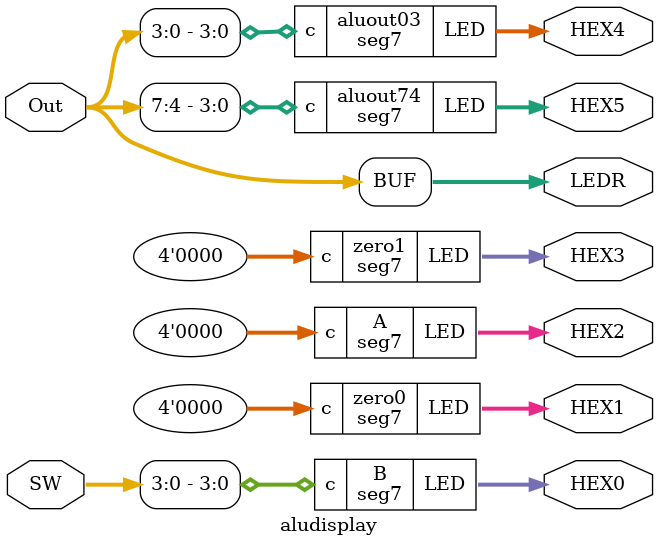
<source format=v>
module seg7(LED, c);
input [3:0] c;
output [6:0] LED;

	assign LED[0] = (~c[3] & ~c[2] & ~c[1] & c[0]) | (~c[3] & c[2] & ~c[1] & ~c[0]) | (c[3] & ~c[2] & c[1] & c[0]) | (c[3] & c[2] & ~c[1] & c[0]);
	assign LED[1] = (~c[3] & c[2] & ~c[1] & c[0]) | (~c[3] & c[2] & c[1] & ~c[0]) | (c[3] & ~c[2] & c[1] & c[0]) | (c[3] & c[2] & ~c[1] & ~c[0]) | (c[3] & c[2] & c[1] & ~c[0]) | (c[3] & c[2] & c[1] & c[0]);
	assign LED[2] = (~c[3] & ~c[2] & c[1] & ~c[0]) | (c[3] & c[2] & ~c[1] & ~c[0]) | (c[3] & c[2] & c[1] & ~c[0]) | (c[3] & c[2] & c[1] & c[0]);
	assign LED[3] = (~c[3] & ~c[2] & ~c[1] & c[0]) | (~c[3] & c[2] & ~c[1] & ~c[0]) | (~c[3] & c[2] & c[1] & c[0]) | (c[3] & ~c[2] & ~c[1] & c[0]) | (c[3] & ~c[2] & c[1] & ~c[0]) | (c[3] & c[2] & c[1] & c[0]) ;
	assign LED[4] = (~c[3] & ~c[2] & ~c[1] & c[0]) | (~c[3] & ~c[2] & c[1] & c[0]) | (~c[3] & c[2] & ~c[1] & ~c[0]) | (~c[3] & c[2] & ~c[1] & c[0]) | (~c[3] & c[2] & c[1] & c[0]) | (c[3] & ~c[2] & ~c[1] & c[0]);
	assign LED[5] = (~c[3] & ~c[2] & ~c[1] & c[0]) | (~c[3] & ~c[2] & c[1] & ~c[0]) | (~c[3] & ~c[2] & c[1] & c[0])  | (~c[3] & c[2] & c[1] & c[0]) | (c[3] & c[2] & ~c[1] & c[0]);
	assign LED[6] = (~c[3] & ~c[2] & ~c[1] & ~c[0]) | ( ~c[3] & ~c[2] & ~c[1] & c[0]) | (~c[3] & c[2] & c[1] & c[0]) | (c[3] & c[2] & ~c[1] & ~c[0]);

endmodule


module aludisplay(SW, HEX0, HEX1, HEX2, HEX3, HEX4, HEX5, LEDR, Out);
	
	input [7:0] Out;
	input [7:0] SW;
	output [6:0] HEX0, HEX1, HEX2, HEX3, HEX4, HEX5;
	output [7:0] LEDR;

	seg7 B(.c(SW[3:0]), .LED(HEX0[6:0]));

	seg7 zero0(.c(4'b0000), .LED(HEX1[6:0]));

	seg7 A(.c(4'b0000), .LED(HEX2[6:0]));

	seg7 zero1(.c(4'b0000), .LED(HEX3[6:0]));

	seg7 aluout03(.c(Out[3:0]), .LED(HEX4[6:0]));

	seg7 aluout74(.c(Out[7:4]), .LED(HEX5[6:0]));
	
	assign LEDR[7:0] = Out;
	
endmodule



             
</source>
